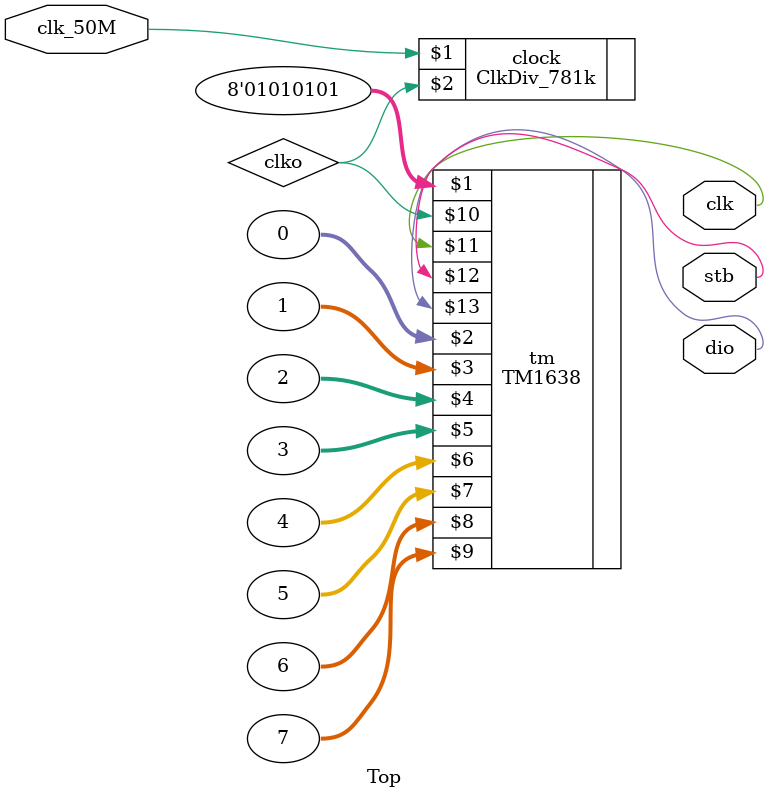
<source format=v>
`timescale 1ns / 1ps
module Top(
	input  clk_50M,
	output wire clk,
	output wire stb,
	output wire dio
    );
wire clko;
ClkDiv_781k clock(clk_50M, clko);
wire [3:0] seg[7:0];
TM1638 tm (8'b01010101,0,1,2,3,4,5,6,7,
		clko,
		clk,
		stb,
		dio);


endmodule

</source>
